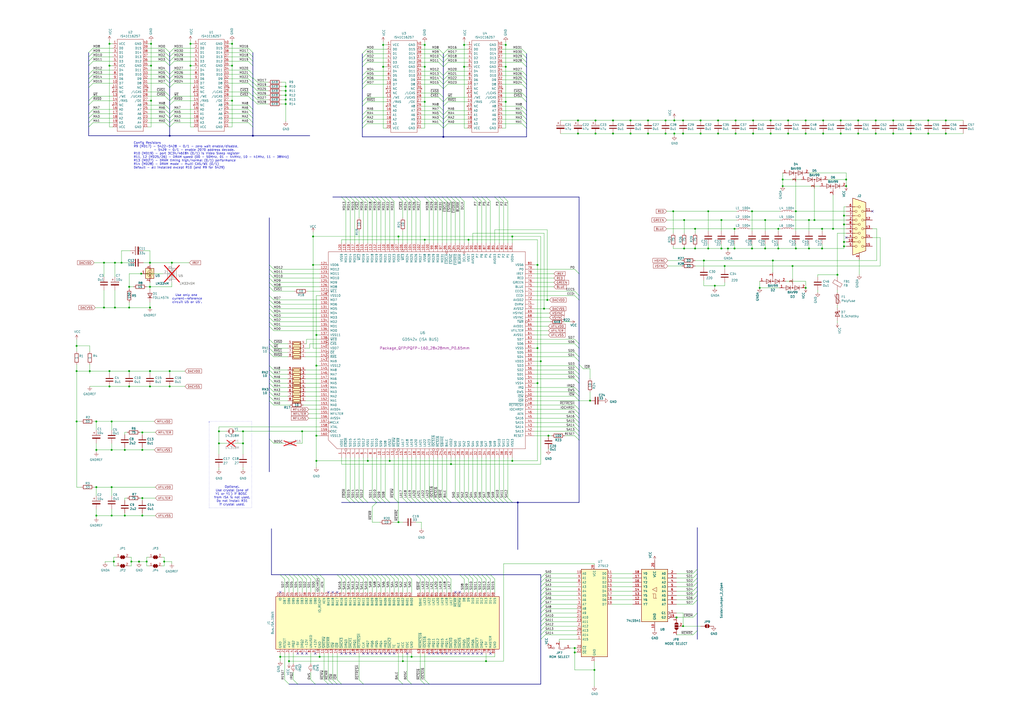
<source format=kicad_sch>
(kicad_sch
	(version 20250114)
	(generator "eeschema")
	(generator_version "9.0")
	(uuid "4a1fd320-e82a-408b-bd41-eddf9c8578fa")
	(paper "A2")
	(title_block
		(title "Helios GD542x ISA VGA Card")
		(date "2025-09-13")
		(rev "1.2.5")
		(company "Alexander Petrov")
	)
	
	(text "Config Resistors \nR9 (MD17) - 5422-5428 - 0/1 - zero wait enable/disable,\n            - 5429 - 0/1 - enable 2070 address decode.\nR10 (MD19) - port 3C3h/46E8h (0/1) is Video Sleep register\nR11, 12 (MD25/26) - DRAM speed (00 - 50MHz, 01 - 44MHz, 10 - 41Mhz, 11 - 38NHz)\nR13 (MD27) - DRAM timing high/normal (0/1) performance\nR14 (MD28) - DRAM mode - multi CAS/WE (0/1)\nDefault - all installed except R10 (and R9 for 5429)"
		(exclude_from_sim no)
		(at 77.47 90.17 0)
		(effects
			(font
				(size 1.27 1.27)
			)
			(justify left)
		)
		(uuid "3f98f744-188e-4ff1-8a4c-611faaed4611")
	)
	(text "Optional.\nUse crystal (one of\nY1 or Y1') if BOSC \nfrom ISA is not used.\nDo not install R31\nif crystal used."
		(exclude_from_sim no)
		(at 134.62 287.655 0)
		(effects
			(font
				(size 1.27 1.27)
			)
		)
		(uuid "65a06441-bbb0-4bc6-946a-a03e03d276b4")
	)
	(text "Use only one \ncurrent-reference\ncircuit U5 or U5'."
		(exclude_from_sim no)
		(at 108.585 173.355 0)
		(effects
			(font
				(size 1.27 1.27)
			)
		)
		(uuid "d6cc2038-e45e-4ab8-8e95-20b0330c32c7")
	)
	(junction
		(at 185.42 381)
		(diameter 0)
		(color 0 0 0 0)
		(uuid "0187054e-dc64-441f-be06-bce37dffeb76")
	)
	(junction
		(at 311.785 222.25)
		(diameter 0)
		(color 0 0 0 0)
		(uuid "01b6eb94-1eef-4b81-bd35-3ded3609e64d")
	)
	(junction
		(at 165.735 50.165)
		(diameter 0)
		(color 0 0 0 0)
		(uuid "026a68ff-8138-4614-bf38-6bab036d6f29")
	)
	(junction
		(at 414.655 165.735)
		(diameter 0)
		(color 0 0 0 0)
		(uuid "0292c081-2414-48b2-b556-7eea6581894c")
	)
	(junction
		(at 82.55 288.925)
		(diameter 0)
		(color 0 0 0 0)
		(uuid "03d1fda2-a03c-4f28-b944-6d8102c87613")
	)
	(junction
		(at 333.375 375.92)
		(diameter 0)
		(color 0 0 0 0)
		(uuid "03e7cb55-61f1-4464-9503-ca6c2676631b")
	)
	(junction
		(at 408.305 151.13)
		(diameter 0)
		(color 0 0 0 0)
		(uuid "04758a1a-ea8e-4f09-97c0-53bc9f557970")
	)
	(junction
		(at 355.6 77.47)
		(diameter 0)
		(color 0 0 0 0)
		(uuid "0507cddc-297d-4b66-8274-0f64ad92e274")
	)
	(junction
		(at 82.55 250.825)
		(diameter 0)
		(color 0 0 0 0)
		(uuid "0523cecc-f0c3-479f-bf9b-e1870bea1a81")
	)
	(junction
		(at 233.68 383.54)
		(diameter 0)
		(color 0 0 0 0)
		(uuid "05b2ff9d-3c55-4117-bd2e-6e0e62ca01ee")
	)
	(junction
		(at 127 257.175)
		(diameter 0)
		(color 0 0 0 0)
		(uuid "0644423c-e981-491b-af6d-ec5b39abd4cd")
	)
	(junction
		(at 528.32 69.85)
		(diameter 0)
		(color 0 0 0 0)
		(uuid "084af0ae-64a8-48af-adb8-a30238851a1f")
	)
	(junction
		(at 345.44 69.85)
		(diameter 0)
		(color 0 0 0 0)
		(uuid "08913714-20d4-4bd8-84d2-3b13d3de02ff")
	)
	(junction
		(at 72.39 260.985)
		(diameter 0)
		(color 0 0 0 0)
		(uuid "09b8f961-016a-4dd9-8a41-26236a46fa81")
	)
	(junction
		(at 461.645 144.145)
		(diameter 0)
		(color 0 0 0 0)
		(uuid "0a13acd6-0984-45b8-a8a1-d671f0d15d0b")
	)
	(junction
		(at 293.37 38.735)
		(diameter 0)
		(color 0 0 0 0)
		(uuid "0bf193ff-8aa7-4824-aa54-9f2e5d192b59")
	)
	(junction
		(at 44.45 200.66)
		(diameter 0)
		(color 0 0 0 0)
		(uuid "0c596f38-753c-4c5d-a53b-54702ff51335")
	)
	(junction
		(at 86.995 166.37)
		(diameter 0)
		(color 0 0 0 0)
		(uuid "0db8a95c-7935-4766-94ba-dc010919a89f")
	)
	(junction
		(at 74.93 178.435)
		(diameter 0)
		(color 0 0 0 0)
		(uuid "0e7d6fc4-65fa-4769-abb0-8a841d47f9c9")
	)
	(junction
		(at 66.675 178.435)
		(diameter 0)
		(color 0 0 0 0)
		(uuid "0fcb1f3f-cf81-440d-8bc7-96938e29ced3")
	)
	(junction
		(at 165.735 57.785)
		(diameter 0)
		(color 0 0 0 0)
		(uuid "11dadeaf-423c-4f80-ac14-01859ddaae50")
	)
	(junction
		(at 317.5 173.99)
		(diameter 0)
		(color 0 0 0 0)
		(uuid "123b8c4c-b5be-4841-909e-715570cc3e2e")
	)
	(junction
		(at 469.265 127.635)
		(diameter 0)
		(color 0 0 0 0)
		(uuid "134ca02f-4492-4752-a26d-a621c078556f")
	)
	(junction
		(at 281.94 383.54)
		(diameter 0)
		(color 0 0 0 0)
		(uuid "142ac170-3690-49b8-8271-c858018e9e1a")
	)
	(junction
		(at 86.995 224.155)
		(diameter 0)
		(color 0 0 0 0)
		(uuid "145538ac-2060-4e0a-8b5a-8d281bfd172e")
	)
	(junction
		(at 74.93 166.37)
		(diameter 0)
		(color 0 0 0 0)
		(uuid "17e9e2a9-b6b1-4679-8ba9-8ff770d0c6a5")
	)
	(junction
		(at 183.515 267.335)
		(diameter 0)
		(color 0 0 0 0)
		(uuid "19da9c58-5bc3-4dbe-8ff8-0034bf3750cd")
	)
	(junction
		(at 74.93 224.155)
		(diameter 0)
		(color 0 0 0 0)
		(uuid "1a0e26c4-bfdf-4cc3-8e71-392cc79ec441")
	)
	(junction
		(at 403.225 144.145)
		(diameter 0)
		(color 0 0 0 0)
		(uuid "1a37ffc3-95ea-4992-bb85-a312d91602aa")
	)
	(junction
		(at 448.31 151.13)
		(diameter 0)
		(color 0 0 0 0)
		(uuid "1cff7eb8-279e-49f8-a518-fd93fd46fa16")
	)
	(junction
		(at 313.69 209.55)
		(diameter 0)
		(color 0 0 0 0)
		(uuid "1d552a4b-63b3-449d-9e0c-90590745244f")
	)
	(junction
		(at 72.39 299.085)
		(diameter 0)
		(color 0 0 0 0)
		(uuid "1ed878d7-598d-41f1-9a51-a1d4535f7a89")
	)
	(junction
		(at 110.49 25.4)
		(diameter 0)
		(color 0 0 0 0)
		(uuid "204ffd06-78ba-4ebb-b147-893c1053d186")
	)
	(junction
		(at 489.585 142.875)
		(diameter 0)
		(color 0 0 0 0)
		(uuid "2067da93-b9d6-4c69-b37e-1a25000a638b")
	)
	(junction
		(at 396.24 363.22)
		(diameter 0)
		(color 0 0 0 0)
		(uuid "213173a8-b1f1-4562-a96c-8d08d007c598")
	)
	(junction
		(at 426.085 132.715)
		(diameter 0)
		(color 0 0 0 0)
		(uuid "21de7ab6-05b0-4062-b653-a1fa7b83f5d3")
	)
	(junction
		(at 489.585 140.335)
		(diameter 0)
		(color 0 0 0 0)
		(uuid "25f9b24d-9887-40ac-9f74-77e197b443fb")
	)
	(junction
		(at 467.36 77.47)
		(diameter 0)
		(color 0 0 0 0)
		(uuid "260f8a20-7126-4fea-8570-dd122a35dd0c")
	)
	(junction
		(at 396.875 144.145)
		(diameter 0)
		(color 0 0 0 0)
		(uuid "269e4948-4ad4-4a0d-89f8-5e392b62106b")
	)
	(junction
		(at 87.63 58.42)
		(diameter 0)
		(color 0 0 0 0)
		(uuid "26b93d93-f3ee-4792-ba95-7636623544d1")
	)
	(junction
		(at 55.88 244.475)
		(diameter 0)
		(color 0 0 0 0)
		(uuid "274b437c-4542-408d-a819-266b8f4ccc6f")
	)
	(junction
		(at 548.64 77.47)
		(diameter 0)
		(color 0 0 0 0)
		(uuid "28add619-4c44-485e-8b15-396095668c37")
	)
	(junction
		(at 487.68 77.47)
		(diameter 0)
		(color 0 0 0 0)
		(uuid "292e0cb4-b2b9-4235-9623-8a69cc82efe0")
	)
	(junction
		(at 469.265 144.145)
		(diameter 0)
		(color 0 0 0 0)
		(uuid "2a6ea6d2-5c19-4e8d-b6ee-91f23978498e")
	)
	(junction
		(at 246.38 38.735)
		(diameter 0)
		(color 0 0 0 0)
		(uuid "2aa9b85a-4c7f-430c-8c12-d96ce99555d9")
	)
	(junction
		(at 476.885 132.715)
		(diameter 0)
		(color 0 0 0 0)
		(uuid "2b16ba0c-9680-4eff-9cc7-534202910910")
	)
	(junction
		(at 87.63 25.4)
		(diameter 0)
		(color 0 0 0 0)
		(uuid "2bb9b394-4df4-46bd-8581-9412acb7167c")
	)
	(junction
		(at 44.45 215.265)
		(diameter 0)
		(color 0 0 0 0)
		(uuid "2d38fb27-824d-47a3-823b-3c4b752aa4fe")
	)
	(junction
		(at 64.77 260.985)
		(diameter 0)
		(color 0 0 0 0)
		(uuid "2db78267-99f8-4070-955b-7bf91e694303")
	)
	(junction
		(at 63.5 215.265)
		(diameter 0)
		(color 0 0 0 0)
		(uuid "2f48abc8-ecb7-4834-aec3-4fcc35507bf7")
	)
	(junction
		(at 82.55 260.985)
		(diameter 0)
		(color 0 0 0 0)
		(uuid "2f70865d-52c2-4d66-b484-3d4069d3b202")
	)
	(junction
		(at 451.485 144.145)
		(diameter 0)
		(color 0 0 0 0)
		(uuid "2fb68136-169b-4eea-8b17-035816a377cf")
	)
	(junction
		(at 447.04 69.85)
		(diameter 0)
		(color 0 0 0 0)
		(uuid "2fef19c9-519e-4aaa-880a-fb56a9362f16")
	)
	(junction
		(at 365.76 77.47)
		(diameter 0)
		(color 0 0 0 0)
		(uuid "32ed4981-13bc-47e8-8707-95e18e46741c")
	)
	(junction
		(at 406.4 77.47)
		(diameter 0)
		(color 0 0 0 0)
		(uuid "351f0cd6-7d3e-403b-8879-68a68312159d")
	)
	(junction
		(at 183.515 194.31)
		(diameter 0)
		(color 0 0 0 0)
		(uuid "352b5536-94a3-4c15-85b3-9b02cf724a0f")
	)
	(junction
		(at 426.72 77.47)
		(diameter 0)
		(color 0 0 0 0)
		(uuid "39d0daca-5282-4b0b-a1ac-38f3a987e602")
	)
	(junction
		(at 390.525 122.555)
		(diameter 0)
		(color 0 0 0 0)
		(uuid "3ad194b9-569b-4428-91ab-452e616b6797")
	)
	(junction
		(at 477.52 77.47)
		(diameter 0)
		(color 0 0 0 0)
		(uuid "3b93edd5-6b6b-417d-ae0a-4623fc45fcb3")
	)
	(junction
		(at 86.995 215.265)
		(diameter 0)
		(color 0 0 0 0)
		(uuid "3d637420-501a-405f-bfd0-166f751be3de")
	)
	(junction
		(at 98.425 215.265)
		(diameter 0)
		(color 0 0 0 0)
		(uuid "4189cb18-ef9a-4dc3-b681-8f76d7fbec57")
	)
	(junction
		(at 335.28 69.85)
		(diameter 0)
		(color 0 0 0 0)
		(uuid "41e194de-f447-4cb5-889d-5e81433412d5")
	)
	(junction
		(at 497.84 69.85)
		(diameter 0)
		(color 0 0 0 0)
		(uuid "423fa716-5518-4100-81c9-b1d1d569d2aa")
	)
	(junction
		(at 508 69.85)
		(diameter 0)
		(color 0 0 0 0)
		(uuid "42a50069-2500-432d-b675-19100e2708b0")
	)
	(junction
		(at 490.855 107.95)
		(diameter 0)
		(color 0 0 0 0)
		(uuid "42f9a945-a89a-487c-8012-94b6ec8216f7")
	)
	(junction
		(at 162.56 381)
		(diameter 0)
		(color 0 0 0 0)
		(uuid "434ab4ce-e8dc-48dc-bd5c-c6d30b0d34d2")
	)
	(junction
		(at 489.585 125.095)
		(diameter 0)
		(color 0 0 0 0)
		(uuid "489c9e4a-3f84-407c-9c34-830f7b2c21ed")
	)
	(junction
		(at 165.735 52.705)
		(diameter 0)
		(color 0 0 0 0)
		(uuid "48f42485-d138-4f81-a7dd-0f2940f6af5c")
	)
	(junction
		(at 454.025 107.95)
		(diameter 0)
		(color 0 0 0 0)
		(uuid "499a2941-e6e5-4fc7-9d3b-bbea65e855be")
	)
	(junction
		(at 467.36 69.85)
		(diameter 0)
		(color 0 0 0 0)
		(uuid "49f09001-3bce-4757-90d7-e483b9747978")
	)
	(junction
		(at 95.25 325.755)
		(diameter 0)
		(color 0 0 0 0)
		(uuid "4c1544b7-97d0-4a45-ab6b-429758051d30")
	)
	(junction
		(at 538.48 69.85)
		(diameter 0)
		(color 0 0 0 0)
		(uuid "4c4ea243-2ed2-4a2f-94c0-95de15c1c0f0")
	)
	(junction
		(at 461.645 122.555)
		(diameter 0)
		(color 0 0 0 0)
		(uuid "4f7ca6bd-e3d0-43b3-a877-a11fefc4c01c")
	)
	(junction
		(at 416.56 77.47)
		(diameter 0)
		(color 0 0 0 0)
		(uuid "4f95e00c-6de0-41d8-bb8e-3bf98ea5fddc")
	)
	(junction
		(at 447.04 77.47)
		(diameter 0)
		(color 0 0 0 0)
		(uuid "50fad5e8-9d5f-46dd-b650-c525dc3dfe50")
	)
	(junction
		(at 518.16 69.85)
		(diameter 0)
		(color 0 0 0 0)
		(uuid "52b25d5e-7603-486e-96e0-c11b0edf5693")
	)
	(junction
		(at 508 77.47)
		(diameter 0)
		(color 0 0 0 0)
		(uuid "5410bcff-8566-4d3e-bf75-b526653839fa")
	)
	(junction
		(at 518.16 77.47)
		(diameter 0)
		(color 0 0 0 0)
		(uuid "552f6567-326f-45a9-b51e-3a9e4a455ab4")
	)
	(junction
		(at 418.465 127.635)
		(diameter 0)
		(color 0 0 0 0)
		(uuid "572c0e93-5df8-4c31-9418-49a78b86b8e9")
	)
	(junction
		(at 74.93 215.265)
		(diameter 0)
		(color 0 0 0 0)
		(uuid "57a076bd-a8b3-419f-96f2-dad1f92a30f2")
	)
	(junction
		(at 451.485 132.715)
		(diameter 0)
		(color 0 0 0 0)
		(uuid "58c7e6aa-3ed2-44ea-8e57-508522df6d8d")
	)
	(junction
		(at 396.875 127.635)
		(diameter 0)
		(color 0 0 0 0)
		(uuid "5a08a6ae-30ad-4cb8-a31c-9ccad745f51d")
	)
	(junction
		(at 300.355 291.465)
		(diameter 0)
		(color 0 0 0 0)
		(uuid "5a0b4de8-0c45-40d2-9315-bfb9ca62f2e8")
	)
	(junction
		(at 443.865 144.145)
		(diameter 0)
		(color 0 0 0 0)
		(uuid "5cb6ace4-ca61-44b6-8d52-dafbb6d84bfb")
	)
	(junction
		(at 110.49 38.1)
		(diameter 0)
		(color 0 0 0 0)
		(uuid "5ce5f16f-6585-4af4-8012-84dac0947e05")
	)
	(junction
		(at 436.88 77.47)
		(diameter 0)
		(color 0 0 0 0)
		(uuid "5d0f55bd-b437-400a-b127-01b6e7006364")
	)
	(junction
		(at 318.135 252.73)
		(diameter 0)
		(color 0 0 0 0)
		(uuid "5fa609d6-c0f7-4e52-804c-8ae8ff1e6e4b")
	)
	(junction
		(at 422.275 144.145)
		(diameter 0)
		(color 0 0 0 0)
		(uuid "61a218ac-d011-4bec-b5b3-4a8ea63de5c8")
	)
	(junction
		(at 183.515 212.09)
		(diameter 0)
		(color 0 0 0 0)
		(uuid "63c900de-2d52-4bc6-a0e7-6b3e93bdc1fe")
	)
	(junction
		(at 410.845 144.145)
		(diameter 0)
		(color 0 0 0 0)
		(uuid "65ba1c94-62c7-434d-9352-0a1931c8cf63")
	)
	(junction
		(at 165.735 55.245)
		(diameter 0)
		(color 0 0 0 0)
		(uuid "69760998-3c78-4ed1-8da5-bdec4c0f9c39")
	)
	(junction
		(at 134.62 58.42)
		(diameter 0)
		(color 0 0 0 0)
		(uuid "6a3290e0-4349-4b29-9649-03b1888e2744")
	)
	(junction
		(at 60.325 178.435)
		(diameter 0)
		(color 0 0 0 0)
		(uuid "6a68d2ec-b11d-4901-ada3-7709298e166b")
	)
	(junction
		(at 333.375 378.46)
		(diameter 0)
		(color 0 0 0 0)
		(uuid "6ac040f6-8cf3-4913-aa4d-e65a3abede14")
	)
	(junction
		(at 375.92 69.85)
		(diameter 0)
		(color 0 0 0 0)
		(uuid "6b171e4f-43e4-4d4a-bd6c-b26653dbda47")
	)
	(junction
		(at 140.97 257.175)
		(diameter 0)
		(color 0 0 0 0)
		(uuid "6c4aab1c-192a-43fa-a95a-791450b286df")
	)
	(junction
		(at 134.62 25.4)
		(diameter 0)
		(color 0 0 0 0)
		(uuid "700ac8d7-1d87-411c-ba80-a9d45b00eb3a")
	)
	(junction
		(at 76.2 325.755)
		(diameter 0)
		(color 0 0 0 0)
		(uuid "70374f98-8cfd-4964-9472-c489a3df7e38")
	)
	(junction
		(at 406.4 69.85)
		(diameter 0)
		(color 0 0 0 0)
		(uuid "70cae48d-e9ba-49d0-866a-32965187a15b")
	)
	(junction
		(at 98.425 78.74)
		(diameter 0)
		(color 0 0 0 0)
		(uuid "74b4396d-d154-45ad-8505-29f78132f4b6")
	)
	(junction
		(at 85.09 325.755)
		(diameter 0)
		(color 0 0 0 0)
		(uuid "7564b637-5acb-4d22-8feb-9ed8dad36ec0")
	)
	(junction
		(at 246.38 139.065)
		(diameter 0)
		(color 0 0 0 0)
		(uuid "78044c01-fb50-46e2-8fa3-c565ab11299b")
	)
	(junction
		(at 257.175 79.375)
		(diameter 0)
		(color 0 0 0 0)
		(uuid "79d007d1-971f-4676-84ec-6c286d4ac0a0")
	)
	(junction
		(at 489.585 130.175)
		(diameter 0)
		(color 0 0 0 0)
		(uuid "7b5736b6-6ff3-49eb-8089-08fc320a7379")
	)
	(junction
		(at 403.225 132.715)
		(diameter 0)
		(color 0 0 0 0)
		(uuid "8142028d-c463-412b-993f-5fef111d6883")
	)
	(junction
		(at 55.88 299.085)
		(diameter 0)
		(color 0 0 0 0)
		(uuid "834866e3-9eb0-4df3-9389-ed1bd2fcfff4")
	)
	(junction
		(at 426.085 144.145)
		(diameter 0)
		(color 0 0 0 0)
		(uuid "85f640cf-45a6-43f0-91ef-ff2d3c94b173")
	)
	(junction
		(at 472.44 127.635)
		(diameter 0)
		(color 0 0 0 0)
		(uuid "88289862-cb62-4703-af6d-c041b131ec06")
	)
	(junction
		(at 167.64 383.54)
		(diameter 0)
		(color 0 0 0 0)
		(uuid "8acda848-ab69-4c77-b5fe-3e6217d6907a")
	)
	(junction
		(at 80.645 325.755)
		(diameter 0)
		(color 0 0 0 0)
		(uuid "8b50ff47-ee69-4646-a238-d9a7036bbbfa")
	)
	(junction
		(at 311.785 153.67)
		(diameter 0)
		(color 0 0 0 0)
		(uuid "8d1f9a1f-1802-4099-93c8-d4f7879480b0")
	)
	(junction
		(at 98.425 224.155)
		(diameter 0)
		(color 0 0 0 0)
		(uuid "8f0e5d14-e8a1-4451-b923-d7b7aa8f84e1")
	)
	(junction
		(at 64.77 244.475)
		(diameter 0)
		(color 0 0 0 0)
		(uuid "90e0007c-9b09-4d8c-8493-7eb0560921fd")
	)
	(junction
		(at 391.16 69.85)
		(diameter 0)
		(color 0 0 0 0)
		(uuid "934587bb-5280-4edb-b838-a3a84c5833d8")
	)
	(junction
		(at 66.04 325.755)
		(diameter 0)
		(color 0 0 0 0)
		(uuid "93773374-e48f-4ef9-933a-60baff3dcb04")
	)
	(junction
		(at 86.995 152.4)
		(diameter 0)
		(color 0 0 0 0)
		(uuid "980b89fd-acce-49fe-a166-c1310786a603")
	)
	(junction
		(at 238.76 381)
		(diameter 0)
		(color 0 0 0 0)
		(uuid "99d847ab-e304-49f0-b0fa-abf7dd4a7a96")
	)
	(junction
		(at 213.36 267.335)
		(diameter 0)
		(color 0 0 0 0)
		(uuid "9bf96a71-1861-427b-9bb9-598dd02f0082")
	)
	(junction
		(at 477.52 69.85)
		(diameter 0)
		(color 0 0 0 0)
		(uuid "9dfc290f-19ad-4cad-aeb8-8eadc8062152")
	)
	(junction
		(at 410.845 122.555)
		(diameter 0)
		(color 0 0 0 0)
		(uuid "9e1a7275-c325-492b-9844-31ca164a9ad5")
	)
	(junction
		(at 365.76 69.85)
		(diameter 0)
		(color 0 0 0 0)
		(uuid "9e997998-ffc3-454b-aaee-27f8d8e3816e")
	)
	(junction
		(at 436.245 122.555)
		(diameter 0)
		(color 0 0 0 0)
		(uuid "9eeaf640-2177-488a-a539-b6383d3c5a27")
	)
	(junction
		(at 459.74 154.305)
		(diameter 0)
		(color 0 0 0 0)
		(uuid "a00bf91e-9556-4036-bd44-c9fc1d037658")
	)
	(junction
		(at 391.16 77.47)
		(diameter 0)
		(color 0 0 0 0)
		(uuid "a06f0344-2377-4d46-9844-da45b200f41a")
	)
	(junction
		(at 269.24 26.035)
		(diameter 0)
		(color 0 0 0 0)
		(uuid "a282b8c2-7d2b-4cfa-936c-4be166f87e55")
	)
	(junction
		(at 293.37 59.055)
		(diameter 0)
		(color 0 0 0 0)
		(uuid "a4f8091e-3f76-46c1-a709-ba8207b20af3")
	)
	(junction
		(at 443.865 127.635)
		(diameter 0)
		(color 0 0 0 0)
		(uuid "a611d33c-ec85-4af2-982f-97fe0f58124b")
	)
	(junction
		(at 457.2 77.47)
		(diameter 0)
		(color 0 0 0 0)
		(uuid "a7c30290-2575-4fe1-9ad0-122f00ae819f")
	)
	(junction
		(at 386.08 77.47)
		(diameter 0)
		(color 0 0 0 0)
		(uuid "a82bb278-4c7d-492e-b069-6349ad111d18")
	)
	(junction
		(at 60.325 152.4)
		(diameter 0)
		(color 0 0 0 0)
		(uuid "a94e6445-d4ba-4ddf-9ee3-4e45071fc4b1")
	)
	(junction
		(at 497.84 77.47)
		(diameter 0)
		(color 0 0 0 0)
		(uuid "a9a803cd-bfd0-4ada-80cc-9197751f1eff")
	)
	(junction
		(at 345.44 77.47)
		(diameter 0)
		(color 0 0 0 0)
		(uuid "aa301d4f-7cd5-4eb7-b671-1bd9a474fcd4")
	)
	(junction
		(at 175.26 250.19)
		(diameter 0)
		(color 0 0 0 0)
		(uuid "ac2a2ad7-05a6-4978-8a47-f6adf5f5ae2f")
	)
	(junction
		(at 396.24 69.85)
		(diameter 0)
		(color 0 0 0 0)
		(uuid "ad04b4cd-35e4-49c5-a1ed-39a70abc0881")
	)
	(junction
		(at 315.595 179.07)
		(diameter 0)
		(color 0 0 0 0)
		(uuid "ad82e3ec-61ea-4bb4-aebd-218a347a946a")
	)
	(junction
		(at 231.14 302.895)
		(diameter 0)
		(color 0 0 0 0)
		(uuid "ae625cbb-df39-4000-8ddc-25e020ddb9bf")
	)
	(junction
		(at 485.775 159.385)
		(diameter 0)
		(color 0 0 0 0)
		(uuid "b03b6674-8dec-4d8d-b5cc-ccb734732277")
	)
	(junction
		(at 436.88 69.85)
		(diameter 0)
		(color 0 0 0 0)
		(uuid "b0ade3df-ec79-4814-ad4e-a75c68f20ee2")
	)
	(junction
		(at 55.88 260.985)
		(diameter 0)
		(color 0 0 0 0)
		(uuid "b3a238d7-e4d1-46b4-b07b-bdd955fbb18e")
	)
	(junction
		(at 392.43 358.14)
		(diameter 0)
		(color 0 0 0 0)
		(uuid "b43dac72-e086-42a4-bdf4-8acf8818b60f")
	)
	(junction
		(at 457.2 69.85)
		(diameter 0)
		(color 0 0 0 0)
		(uuid "b61c1842-2aa2-44c2-951c-7fa55f5e2f5b")
	)
	(junction
		(at 269.24 38.735)
		(diameter 0)
		(color 0 0 0 0)
		(uuid "b62f546f-dc63-4770-a029-6c244c108720")
	)
	(junction
		(at 297.18 267.335)
		(diameter 0)
		(color 0 0 0 0)
		(uuid "b74a336d-1f67-493c-bca8-b02f14afeeac")
	)
	(junction
		(at 418.465 144.145)
		(diameter 0)
		(color 0 0 0 0)
		(uuid "b7ec1ed7-9643-43d7-9d3c-58effc2cc096")
	)
	(junction
		(at 52.07 215.265)
		(diameter 0)
		(color 0 0 0 0)
		(uuid "b86a1fdc-5a39-446c-81cd-ca9e9b7003ab")
	)
	(junction
		(at 297.18 137.16)
		(diameter 0)
		(color 0 0 0 0)
		(uuid "ba69eead-5bd8-42a0-b4c8-34766418cd38")
	)
	(junction
		(at 293.37 26.035)
		(diameter 0)
		(color 0 0 0 0)
		(uuid "bb27a714-b11a-469a-90b6-15c6b2f75247")
	)
	(junction
		(at 222.25 38.735)
		(diameter 0)
		(color 0 0 0 0)
		(uuid "bd4326ca-ac2e-4975-9865-55cc21d7e93f")
	)
	(junction
		(at 538.48 77.47)
		(diameter 0)
		(color 0 0 0 0)
		(uuid "bd43ab7d-b639-43d9-8a7b-35ff2979b501")
	)
	(junction
		(at 82.55 299.085)
		(diameter 0)
		(color 0 0 0 0)
		(uuid "bee417ac-3cd2-485d-a613-060771a4ad1d")
	)
	(junction
		(at 375.92 77.47)
		(diameter 0)
		(color 0 0 0 0)
		(uuid "bf571c32-a424-405b-875f-1df3fc94bd75")
	)
	(junction
		(at 246.38 26.035)
		(diameter 0)
		(color 0 0 0 0)
		(uuid "c16f7598-b6bb-4c7f-9876-085ed35e9bf5")
	)
	(junction
		(at 476.885 144.145)
		(diameter 0)
		(color 0 0 0 0)
		(uuid "c370b5e2-b35f-4601-9154-b9e46418649d")
	)
	(junction
		(at 396.24 77.47)
		(diameter 0)
		(color 0 0 0 0)
		(uuid "c4cc8807-0281-4357-9c5d-0cfbe5583bdf")
	)
	(junction
		(at 134.62 38.1)
		(diameter 0)
		(color 0 0 0 0)
		(uuid "c555b576-928d-4e05-9ea9-72a810ed69b2")
	)
	(junction
		(at 454.025 104.14)
		(diameter 0)
		(color 0 0 0 0)
		(uuid "c83f03e5-2d0f-42ed-bfd0-77f40b4ccfd2")
	)
	(junction
		(at 271.78 139.065)
		(diameter 0)
		(color 0 0 0 0)
		(uuid "c860ebbf-a5eb-4380-8fad-4bf3eae1006f")
	)
	(junction
		(at 226.06 267.335)
		(diameter 0)
		(color 0 0 0 0)
		(uuid "c866c48a-3ad0-45bc-9be0-a7b29b84ea17")
	)
	(junction
		(at 63.5 224.155)
		(diameter 0)
		(color 0 0 0 0)
		(uuid "c87a12a9-6b0c-4631-b662-bc9f4fd1248c")
	)
	(junction
		(at 467.36 167.005)
		(diameter 0)
		(color 0 0 0 0)
		(uuid "c9a297ec-d284-498b-9786-abca59854388")
	)
	(junction
		(at 63.5 25.4)
		(diameter 0)
		(color 0 0 0 0)
		(uuid "ca8b0d94-5cbe-4324-b217-9e0f807b2632")
	)
	(junction
		(at 63.5 38.1)
		(diameter 0)
		(color 0 0 0 0)
		(uuid "d142ff06-b1ee-45f5-9314-f7cc57f1e36f")
	)
	(junction
		(at 181.61 137.16)
		(diameter 0)
		(color 0 0 0 0)
		(uuid "d39d9582-dd01-4384-8995-c8c377730475")
	)
	(junction
		(at 70.485 152.4)
		(diameter 0)
		(color 0 0 0 0)
		(uuid "d51aa14c-25f0-4421-839c-46789c748aa0")
	)
	(junction
		(at 311.785 201.93)
		(diameter 0)
		(color 0 0 0 0)
		(uuid "d6bd591d-8ca6-42d3-9f97-30b56334f9c5")
	)
	(junction
		(at 420.37 154.305)
		(diameter 0)
		(color 0 0 0 0)
		(uuid "d7ef2d8f-d2d4-4cb4-a9d8-1539c95fc6f9")
	)
	(junction
		(at 246.38 59.055)
		(diameter 0)
		(color 0 0 0 0)
		(uuid "d8ef6814-8207-4dea-ae5a-38f826777896")
	)
	(junction
		(at 181.61 153.67)
		(diameter 0)
		(color 0 0 0 0)
		(uuid "d8f840b4-6328-4032-b358-b2162dbc2241")
	)
	(junction
		(at 55.88 282.575)
		(diameter 0)
		(color 0 0 0 0)
		(uuid "d9225c03-e5dd-4828-9ae3-3db4b87433b1")
	)
	(junction
		(at 183.515 252.73)
		(diameter 0)
		(color 0 0 0 0)
		(uuid "d9b0ecd7-4b86-432a-98a5-863e83501dcb")
	)
	(junction
		(at 440.69 167.005)
		(diameter 0)
		(color 0 0 0 0)
		(uuid "da2abc86-903b-4fbc-b3f8-0494b5bae07e")
	)
	(junction
		(at 86.995 178.435)
		(diameter 0)
		(color 0 0 0 0)
		(uuid "dbc233c1-c745-4a95-8620-a2fb2a33644f")
	)
	(junction
		(at 416.56 69.85)
		(diameter 0)
		(color 0 0 0 0)
		(uuid "e0752959-853c-4116-8e7e-3f293e859b25")
	)
	(junction
		(at 165.735 60.325)
		(diameter 0)
		(color 0 0 0 0)
		(uuid "e0dbf180-9f90-49dd-b346-3a7bc102bfa1")
	)
	(junction
		(at 146.685 78.74)
		(diameter 0)
		(color 0 0 0 0)
		(uuid "e113bca0-9fef-4aa8-8b03-7702352f60b8")
	)
	(junction
		(at 426.72 69.85)
		(diameter 0)
		(color 0 0 0 0)
		(uuid "e19efece-8210-4db1-8520-08460a92b99f")
	)
	(junction
		(at 335.28 77.47)
		(diameter 0)
		(color 0 0 0 0)
		(uuid "e30af9a2-a4d3-4277-bdc7-9d8956148d7c")
	)
	(junction
		(at 87.63 38.1)
		(diameter 0)
		(color 0 0 0 0)
		(uuid "e33eca07-66cd-415d-b96a-fd47bb200ea2")
	)
	(junction
		(at 64.77 282.575)
		(diameter 0)
		(color 0 0 0 0)
		(uuid "e3b0a2fb-81ea-4534-9883-824dc1be85f4")
	)
	(junction
		(at 140.97 250.19)
		(diameter 0)
		(color 0 0 0 0)
		(uuid "e3c83c1f-d24c-477a-b630-523af0b9460c")
	)
	(junction
		(at 231.14 137.16)
		(diameter 0)
		(color 0 0 0 0)
		(uuid "e6032ba3-1d8b-464c-80e4-09af801e56ad")
	)
	(junction
		(at 344.805 388.62)
		(diameter 0)
		(color 0 0 0 0)
		(uuid "e6085fe4-fe51-4426-8404-fe833f6d461c")
	)
	(junction
		(at 386.08 69.85)
		(diameter 0)
		(color 0 0 0 0)
		(uuid "e60fed5b-c7c9-401c-8a73-cc495f60e888")
	)
	(junction
		(at 127 250.19)
		(diameter 0)
		(color 0 0 0 0)
		(uuid "e8a9a151-9419-446d-89ec-6f77f8716c8c")
	)
	(junction
		(at 81.915 158.75)
		(diameter 0)
		(color 0 0 0 0)
		(uuid "ea0d6ac7-9e66-49ea-93f7-bd2510c9c059")
	)
	(junction
		(at 342.265 232.41)
		(diameter 0)
		(color 0 0 0 0)
		(uuid "ebb945d3-56af-4b64-b2cf-a68f4525f078")
	)
	(junction
		(at 436.245 144.145)
		(diameter 0)
		(color 0 0 0 0)
		(uuid "ebef9409-7857-4791-a4ba-c7821ed82c15")
	)
	(junction
		(at 487.68 69.85)
		(diameter 0)
		(color 0 0 0 0)
		(uuid "eef957d4-a9cd-4ec4-a993-dc017d71a87b")
	)
	(junction
		(at 261.62 269.24)
		(diameter 0)
		(color 0 0 0 0)
		(uuid "f242b64f-fbce-4972-a409-41f5b119c86b")
	)
	(junction
		(at 44.45 244.475)
		(diameter 0)
		(color 0 0 0 0)
		(uuid "f52d0567-8b71-4b16-a105-3f2a7eea5c29")
	)
	(junction
		(at 99.695 152.4)
		(diameter 0)
		(color 0 0 0 0)
		(uuid "f583d49d-2571-45ce-b444-4f83313e4ed5")
	)
	(junction
		(at 548.64 69.85)
		(diameter 0)
		(color 0 0 0 0)
		(uuid "f59fcd2c-c032-4abf-98f3-aa79663781c7")
	)
	(junction
		(at 528.32 77.47)
		(diameter 0)
		(color 0 0 0 0)
		(uuid "f5a40d8f-9bc5-4194-9d23-15d3bac52bcb")
	)
	(junction
		(at 490.855 104.14)
		(diameter 0)
		(color 0 0 0 0)
		(uuid "f6b9b9b5-e616-4655-96fe-0783e1dd51fc")
	)
	(junction
		(at 64.77 299.085)
		(diameter 0)
		(color 0 0 0 0)
		(uuid "f7c54cdf-cd59-4e9e-beb3-6170d4caf1e3")
	)
	(junction
		(at 222.25 26.035)
		(diameter 0)
		(color 0 0 0 0)
		(uuid "f8d549f9-5bbd-4754-b3db-b9a2851f5f2c")
	)
	(junction
		(at 355.6 69.85)
		(diameter 0)
		(color 0 0 0 0)
		(uuid "fb100d07-cf3e-45ed-8c03-7fd39f8f25e2")
	)
	(junction
		(at 483.235 132.715)
		(diameter 0)
		(color 0 0 0 0)
		(uuid "fcc90dae-34fd-4168-8fa6-925334588c0a")
	)
	(junction
		(at 66.675 152.4)
		(diameter 0)
		(color 0 0 0 0)
		(uuid "fd86af4d-ad50-4861-85d6-c1f64622fbc0")
	)
	(no_connect
		(at 261.62 379.095)
		(uuid "05590cab-7a96-4bd5-be43-79793552d73a")
	)
	(no_connect
		(at 220.98 379.095)
		(uuid "06097f32-eb18-4ac0-b65f-0c6b6f95ec2c")
	)
	(no_connect
		(at 271.78 379.095)
		(uuid "0a2c2dc7-f0bf-4829-b9bb-a8ad4d7cdac4")
	)
	(no_connect
		(at 195.58 343.535)
		(uuid "11415f50-ab24-4f9f-a133-0e09f06e3b22")
	)
	(no_connect
		(at 190.5 343.535)
		(uuid "171609c5-0497-4915-8051-664d8f65e0f1")
	)
	(no_connect
		(at 236.22 379.095)
		(uuid "1988c41a-1147-4301-9a79-e05d55b9020b")
	)
	(no_connect
		(at 200.66 379.095)
		(uuid "19bfdba8-47f8-412f-8103-3f39b2927923")
	)
	(no_connect
		(at 269.24 379.095)
		(uuid "1fada2f3-c0d5-47ed-bb18-874bee4cba2f")
	)
	(no_connect
		(at 284.48 379.095)
		(uuid "280b1471-8f17-49e3-8f2d-040c3115bd98")
	)
	(no_connect
		(at 264.16 379.095)
		(uuid "2860b613-9560-4484-89fe-77b966d2992d")
	)
	(no_connect
		(at 193.04 343.535)
		(uuid "2aee466a-e30c-4202-987c-676a0af5edf0")
	)
	(no_connect
		(at 276.86 379.095)
		(uuid "404570c5-1dec-40ea-a8b0-0f822d68895e")
	)
	(no_connect
		(at 266.7 343.535)
		(uuid "439da68c-dbb5-4b0e-9245-b01c55c05352")
	)
	(no_connect
		(at 175.26 379.095)
		(uuid "498198aa-9f13-454f-b5bb-90040689216f")
	)
	(no_connect
		(at 259.08 379.095)
		(uuid "49a3b5ac-2e80-4dc5-a03e-05b0630830fd")
	)
	(no_connect
		(at 274.32 379.095)
		(uuid "5d524f8b-4ba0-4465-b778-e5f249fde12f")
	)
	(no_connect
		(at 223.52 379.095)
		(uuid "69baa5aa-387d-46de-b856-9cd6f2288dbf")
	)
	(no_connect
		(at 279.4 379.095)
		(uuid "71cd4371-dca6-4d56-8cd9-d19781b4cabb")
	)
	(no_connect
		(at 254 379.095)
		(uuid "844b78f0-5d33-4062-9bbd-f57a81b0c98b")
	)
	(no_connect
		(at 226.06 379.095)
		(uuid "867ad2f9-79a6-4fa1-8480-a6de626a1b10")
	)
	(no_connect
		(at 198.12 379.095)
		(uuid "8a89e39e-3117-4622-be30-03b2a8ea618d")
	)
	(no_connect
		(at 205.74 379.095)
		(uuid "8cc7ffb7-f224-4619-9387-be51f1e05549")
	)
	(no_connect
		(at 248.92 379.095)
		(uuid "93aa0935-7d92-4200-a7fe-3f2d253b505f")
	)
	(no_connect
		(at 172.72 379.095)
		(uuid "9f543c91-0163-44e5-802c-d365655f8d2b")
	)
	(no_connect
		(at 215.9 379.095)
		(uuid "a3bea11b-c2e1-4632-9bc5-4fea3e6a7df6")
	)
	(no_connect
		(at 228.6 379.095)
		(uuid "bf9f5722-d9e0-4de1-bff4-35a49e26579f")
	)
	(no_connect
		(at 490.855 137.795)
		(uuid "c8e8f0ac-deb1-461c-a8f7-a931cb96fca5")
	)
	(no_connect
		(at 251.46 379.095)
		(uuid "c92f9eaa-2df0-4898-97e9-7d1c7bb07045")
	)
	(no_connect
		(at 203.2 379.095)
		(uuid "caf02c10-a0d9-4b07-83f6-190b867f38b1")
	)
	(no_connect
		(at 177.8 379.095)
		(uuid "d752344b-de22-4362-9773-4948a78c022d")
	)
	(no_connect
		(at 256.54 379.095)
		(uuid "d76c2619-1915-4def-ac7c-850ff896effc")
	)
	(no_connect
		(at 264.16 343.535)
		(uuid "d8aea6d6-83be-41ac-a94a-ee09393b80a3")
	)
	(no_connect
		(at 182.88 379.095)
		(uuid "dcb75841-4770-4c98-b279-a38ad708549d")
	)
	(no_connect
		(at 266.7 379.095)
		(uuid "dceeea01-195c-4bf5-9dd5-42b55d63d904")
	)
	(no_connect
		(at 210.82 379.095)
		(uuid "e7ee2980-4645-4ad7-b71e-f35a0928d6a2")
	)
	(no_connect
		(at 162.56 343.535)
		(uuid "ed5e1917-ed01-4532-a57a-61349cbbf01d")
	)
	(no_connect
		(at 506.095 122.555)
		(uuid "ee30f303-bc85-4ca2-9a14-df2c15d90c8e")
	)
	(no_connect
		(at 218.44 379.095)
		(uuid "f13ae9ed-04ef-4889-8ce9-c81facdb53e8")
	)
	(no_connect
		(at 213.36 379.095)
		(uuid "f3431e22-d6d2-4eff-ae39-f4fbf42fd146")
	)
	(bus_entry
		(at 259.715 71.755)
		(size -2.54 2.54)
		(stroke
			(width 0)
			(type default)
		)
		(uuid "00ea496f-7077-4795-b7d5-019842f7488c")
	)
	(bus_entry
		(at 254.635 46.355)
		(size 2.54 2.54)
		(stroke
			(width 0)
			(type default)
		)
		(uuid "01d802c3-bfbf-4224-ae79-931493e365a9")
	)
	(bus_entry
		(at 220.98 335.915)
		(size -2.54 -2.54)
		(stroke
			(width 0)
			(type default)
		)
		(uuid "036f098b-23f0-48ce-bbd6-7f0f3b36f560")
	)
	(bus_entry
		(at 218.44 288.925)
		(size 2.54 2.54)
		(stroke
			(width 0)
			(type default)
		)
		(uuid "04bd42b8-4e8c-49bf-b60c-1ef97e012d0b")
	)
	(bus_entry
		(at 182.88 335.915)
		(size -2.54 -2.54)
		(stroke
			(width 0)
			(type default)
		)
		(uuid "0606a2b3-2990-4037-b22d-48e0005e5ad6")
	)
	(bus_entry
		(at 203.2 114.3)
		(size 2.54 2.54)
		(stroke
			(width 0)
			(type default)
		)
		(uuid "071e6180-d789-4eb6-a446-fc882a9329f4")
	)
	(bus_entry
		(at 100.965 35.56)
		(size -2.54 2.54)
		(stroke
			(width 0)
			(type default)
		)
		(uuid "07947fbc-2b2f-4076-8232-61f1da8684c3")
	)
	(bus_entry
		(at 170.18 335.915)
		(size -2.54 -2.54)
		(stroke
			(width 0)
			(type default)
		)
		(uuid "0a46f447-a92d-43d6-9560-6cdb7778c38d")
	)
	(bus_entry
		(at 251.46 335.915)
		(size -2.54 -2.54)
		(stroke
			(width 0)
			(type default)
		)
		(uuid "0ab51481-bc5a-41f4-97ec-d31d33a4aa5c")
	)
	(bus_entry
		(at 156.21 166.37)
		(size 2.54 2.54)
		(stroke
			(width 0)
			(type default)
		)
		(uuid "0baece28-e1c2-45c1-bb36-7e576ad8404c")
	)
	(bus_entry
		(at 95.885 40.64)
		(size 2.54 2.54)
		(stroke
			(width 0)
			(type default)
		)
		(uuid "0c44c9df-b266-499c-b2aa-f217402cd2b4")
	)
	(bus_entry
		(at 401.955 350.52)
		(size 2.54 -2.54)
		(stroke
			(width 0)
			(type default)
		)
		(uuid "0c95d265-9698-495c-b8b7-f22458542c01")
	)
	(bus_entry
		(at 259.715 69.215)
		(size -2.54 2.54)
		(stroke
			(width 0)
			(type default)
		)
		(uuid "0df4b52b-8591-4140-8ed5-fdac00d1ffa5")
	)
	(bus_entry
		(at 259.715 48.895)
		(size -2.54 2.54)
		(stroke
			(width 0)
			(type default)
		)
		(uuid "0e085c5c-8fa0-4319-a017-b8a4221a2213")
	)
	(bus_entry
		(at 313.69 370.84)
		(size 2.54 -2.54)
		(stroke
			(width 0)
			(type default)
		)
		(uuid "0e0e0030-40f7-4b8e-8483-1f6745655fb0")
	)
	(bus_entry
		(at 53.975 27.94)
		(size -2.54 2.54)
		(stroke
			(width 0)
			(type default)
		)
		(uuid "0e2fd2f5-0ac1-49e1-abd8-2166338d8dab")
	)
	(bus_entry
		(at 210.82 335.915)
		(size -2.54 -2.54)
		(stroke
			(width 0)
			(type default)
		)
		(uuid "0e395f85-864c-4401-aa6d-283008cae126")
	)
	(bus_entry
		(at 292.1 114.3)
		(size 2.54 2.54)
		(stroke
			(width 0)
			(type default)
		)
		(uuid "0e9dce68-31eb-426a-8c0b-836102f52b03")
	)
	(bus_entry
		(at 248.92 288.925)
		(size 2.54 2.54)
		(stroke
			(width 0)
			(type default)
		)
		(uuid "0ec58dd4-a332-429e-b381-072966d64fac")
	)
	(bus_entry
		(at 333.375 196.85)
		(size 2.54 2.54)
		(stroke
			(width 0)
			(type default)
		)
		(uuid "0f4aeaaa-af2a-48ce-b1d7-597edf2c46f5")
	)
	(bus_entry
		(at 261.62 335.915)
		(size -2.54 -2.54)
		(stroke
			(width 0)
			(type default)
		)
		(uuid "100f1f40-867c-4d7b-ae85-fefbe6021bf8")
	)
	(bus_entry
		(at 271.78 335.915)
		(size -2.54 -2.54)
		(stroke
			(width 0)
			(type default)
		)
		(uuid "120a70fe-6d46-4742-8275-1bbb67119a85")
	)
	(bus_entry
		(at 313.69 342.9)
		(size 2.54 -2.54)
		(stroke
			(width 0)
			(type default)
		)
		(uuid "12f98ee9-0e3f-47c8-8f96-fd7927c0fd04")
	)
	(bus_entry
		(at 53.975 30.48)
		(size -2.54 2.54)
		(stroke
			(width 0)
			(type default)
		)
		(uuid "131f198c-5c34-4dd4-9a89-16524eb8535c")
	)
	(bus_entry
		(at 53.975 40.64)
		(size -2.54 2.54)
		(stroke
			(width 0)
			(type default)
		)
		(uuid "132a9786-7c96-4b13-a4a2-b798114c7f80")
	)
	(bus_entry
		(at 259.715 31.115)
		(size -2.54 2.54)
		(stroke
			(width 0)
			(type default)
		)
		(uuid "1403a429-da07-4a65-81d0-e0e787a40f45")
	)
	(bus_entry
		(at 243.84 394.335)
		(size 2.54 2.54)
		(stroke
			(width 0)
			(type default)
		)
		(uuid "144fbeb3-d656-4bea-80d4-ee2c06fef4fc")
	)
	(bus_entry
		(at 144.145 60.96)
		(size 2.54 2.54)
		(stroke
			(width 0)
			(type default)
		)
		(uuid "159b177b-1f13-4a23-a739-1ec755891430")
	)
	(bus_entry
		(at 333.375 229.87)
		(size 2.54 2.54)
		(stroke
			(width 0)
			(type default)
		)
		(uuid "16850b4e-8047-41c0-93b1-62651eb954aa")
	)
	(bus_entry
		(at 53.975 68.58)
		(size -2.54 2.54)
		(stroke
			(width 0)
			(type default)
		)
		(uuid "1725b234-1fd8-4785-9b06-c21c47ee670e")
	)
	(bus_entry
		(at 156.21 161.29)
		(size 2.54 2.54)
		(stroke
			(width 0)
			(type default)
		)
		(uuid "1762ade2-120b-4c28-9b37-d8869a1405cf")
	)
	(bus_entry
		(at 226.06 335.915)
		(size -2.54 -2.54)
		(stroke
			(width 0)
			(type default)
		)
		(uuid "1785669f-5c59-4d99-a40f-1915299e8121")
	)
	(bus_entry
		(at 302.895 31.115)
		(size 2.54 2.54)
		(stroke
			(width 0)
			(type default)
		)
		(uuid "179f18fd-3595-4c4d-9231-b68e6a71d813")
	)
	(bus_entry
		(at 251.46 114.3)
		(size 2.54 2.54)
		(stroke
			(width 0)
			(type default)
		)
		(uuid "18b4e154-e1ee-4cd5-ad50-0650ac0f7c5b")
	)
	(bus_entry
		(at 233.68 335.915)
		(size -2.54 -2.54)
		(stroke
			(width 0)
			(type default)
		)
		(uuid "1b71be2f-a643-4957-a8b6-78c197e92fb9")
	)
	(bus_entry
		(at 100.965 55.88)
		(size -2.54 2.54)
		(stroke
			(width 0)
			(type default)
		)
		(uuid "1ceb495e-533e-4edb-a055-71ff71760826")
	)
	(bus_entry
		(at 287.02 114.3)
		(size 2.54 2.54)
		(stroke
			(width 0)
			(type default)
		)
		(uuid "1d3f2606-65e4-4810-bf0e-1b6dd86a09bc")
	)
	(bus_entry
		(at 248.92 335.915)
		(size -2.54 -2.54)
		(stroke
			(width 0)
			(type default)
		)
		(uuid "1d577ec3-21de-4890-8806-282e584dfdaf")
	)
	(bus_entry
		(at 156.21 222.25)
		(size 2.54 2.54)
		(stroke
			(width 0)
			(type default)
		)
		(uuid "1dc68326-1fab-4e0c-9d9a-7356f23878d0")
	)
	(bus_entry
		(at 254 288.925)
		(size 2.54 2.54)
		(stroke
			(width 0)
			(type default)
		)
		(uuid "1e1ce7b1-19a0-46da-b3c3-2897f56484ad")
	)
	(bus_entry
		(at 259.715 46.355)
		(size -2.54 2.54)
		(stroke
			(width 0)
			(type default)
		)
		(uuid "1e88af32-a715-44c8-a128-aa7616a71686")
	)
	(bus_entry
		(at 333.375 212.09)
		(size 2.54 2.54)
		(stroke
			(width 0)
			(type default)
		)
		(uuid "1ee9d534-67bd-48e4-b49e-85fd9b995d4b")
	)
	(bus_entry
		(at 254.635 36.195)
		(size 2.54 2.54)
		(stroke
			(width 0)
			(type default)
		)
		(uuid "1f3e1614-bdd7-46c3-a5ba-abc1e41d7fa1")
	)
	(bus_entry
		(at 144.145 40.64)
		(size 2.54 2.54)
		(stroke
			(width 0)
			(type default)
		)
		(uuid "2066390c-c532-407b-b895-c7bffea68343")
	)
	(bus_entry
		(at 100.965 27.94)
		(size -2.54 2.54)
		(stroke
			(width 0)
			(type default)
		)
		(uuid "22e017f2-6858-48af-b5d8-b978f048e8b0")
	)
	(bus_entry
		(at 313.69 358.14)
		(size 2.54 -2.54)
		(stroke
			(width 0)
			(type default)
		)
		(uuid "2499161c-aac7-457c-b94d-2b8af735612a")
	)
	(bus_entry
		(at 95.885 66.04)
		(size 2.54 2.54)
		(st
... [500810 chars truncated]
</source>
